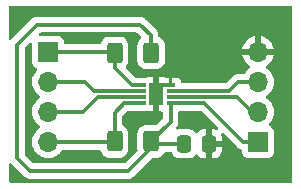
<source format=gbr>
%TF.GenerationSoftware,KiCad,Pcbnew,(6.0.6)*%
%TF.CreationDate,2022-10-14T11:17:07+05:30*%
%TF.ProjectId,SHT30_breakout,53485433-305f-4627-9265-616b6f75742e,rev?*%
%TF.SameCoordinates,Original*%
%TF.FileFunction,Copper,L1,Top*%
%TF.FilePolarity,Positive*%
%FSLAX46Y46*%
G04 Gerber Fmt 4.6, Leading zero omitted, Abs format (unit mm)*
G04 Created by KiCad (PCBNEW (6.0.6)) date 2022-10-14 11:17:07*
%MOMM*%
%LPD*%
G01*
G04 APERTURE LIST*
G04 Aperture macros list*
%AMRoundRect*
0 Rectangle with rounded corners*
0 $1 Rounding radius*
0 $2 $3 $4 $5 $6 $7 $8 $9 X,Y pos of 4 corners*
0 Add a 4 corners polygon primitive as box body*
4,1,4,$2,$3,$4,$5,$6,$7,$8,$9,$2,$3,0*
0 Add four circle primitives for the rounded corners*
1,1,$1+$1,$2,$3*
1,1,$1+$1,$4,$5*
1,1,$1+$1,$6,$7*
1,1,$1+$1,$8,$9*
0 Add four rect primitives between the rounded corners*
20,1,$1+$1,$2,$3,$4,$5,0*
20,1,$1+$1,$4,$5,$6,$7,0*
20,1,$1+$1,$6,$7,$8,$9,0*
20,1,$1+$1,$8,$9,$2,$3,0*%
G04 Aperture macros list end*
%TA.AperFunction,SMDPad,CuDef*%
%ADD10RoundRect,0.250000X-0.337500X-0.475000X0.337500X-0.475000X0.337500X0.475000X-0.337500X0.475000X0*%
%TD*%
%TA.AperFunction,SMDPad,CuDef*%
%ADD11R,1.200000X1.900000*%
%TD*%
%TA.AperFunction,SMDPad,CuDef*%
%ADD12R,0.800000X0.300000*%
%TD*%
%TA.AperFunction,ComponentPad*%
%ADD13R,1.700000X1.700000*%
%TD*%
%TA.AperFunction,ComponentPad*%
%ADD14O,1.700000X1.700000*%
%TD*%
%TA.AperFunction,SMDPad,CuDef*%
%ADD15RoundRect,0.250000X-0.400000X-0.625000X0.400000X-0.625000X0.400000X0.625000X-0.400000X0.625000X0*%
%TD*%
%TA.AperFunction,SMDPad,CuDef*%
%ADD16RoundRect,0.250000X0.400000X0.625000X-0.400000X0.625000X-0.400000X-0.625000X0.400000X-0.625000X0*%
%TD*%
%TA.AperFunction,Conductor*%
%ADD17C,0.300000*%
%TD*%
G04 APERTURE END LIST*
D10*
%TO.P,C1,1*%
%TO.N,Net-(C1-Pad1)*%
X95362500Y-66200000D03*
%TO.P,C1,2*%
%TO.N,GND*%
X97437500Y-66200000D03*
%TD*%
D11*
%TO.P,IC1,9,EP*%
%TO.N,GND*%
X93000000Y-62000000D03*
D12*
%TO.P,IC1,8,VSS*%
X94200000Y-61250000D03*
%TO.P,IC1,7,R*%
%TO.N,Net-(J2-Pad3)*%
X94200000Y-61750000D03*
%TO.P,IC1,6,NRESET*%
%TO.N,Net-(J2-Pad2)*%
X94200000Y-62250000D03*
%TO.P,IC1,5,VDD*%
%TO.N,Net-(C1-Pad1)*%
X94200000Y-62750000D03*
%TO.P,IC1,4,SCL*%
%TO.N,Net-(IC1-Pad4)*%
X91800000Y-62750000D03*
%TO.P,IC1,3,ALERT*%
%TO.N,Net-(J1-Pad3)*%
X91800000Y-62250000D03*
%TO.P,IC1,2,ADDR*%
%TO.N,Net-(IC1-Pad2)*%
X91800000Y-61750000D03*
%TO.P,IC1,1,SDA*%
%TO.N,Net-(IC1-Pad1)*%
X91800000Y-61250000D03*
%TD*%
D13*
%TO.P,J1,1,Pin_1*%
%TO.N,Net-(IC1-Pad1)*%
X83820000Y-58420000D03*
D14*
%TO.P,J1,2,Pin_2*%
%TO.N,Net-(IC1-Pad2)*%
X83820000Y-60960000D03*
%TO.P,J1,3,Pin_3*%
%TO.N,Net-(J1-Pad3)*%
X83820000Y-63500000D03*
%TO.P,J1,4,Pin_4*%
%TO.N,Net-(IC1-Pad4)*%
X83820000Y-66040000D03*
%TD*%
D13*
%TO.P,J2,1,Pin_1*%
%TO.N,Net-(C1-Pad1)*%
X101600000Y-66040000D03*
D14*
%TO.P,J2,2,Pin_2*%
%TO.N,Net-(J2-Pad2)*%
X101600000Y-63500000D03*
%TO.P,J2,3,Pin_3*%
%TO.N,Net-(J2-Pad3)*%
X101600000Y-60960000D03*
%TO.P,J2,4,Pin_4*%
%TO.N,GND*%
X101600000Y-58420000D03*
%TD*%
D15*
%TO.P,R2,1*%
%TO.N,Net-(IC1-Pad4)*%
X89450000Y-66000000D03*
%TO.P,R2,2*%
%TO.N,Net-(C1-Pad1)*%
X92550000Y-66000000D03*
%TD*%
D16*
%TO.P,R1,2*%
%TO.N,Net-(IC1-Pad1)*%
X89450000Y-58500000D03*
%TO.P,R1,1*%
%TO.N,Net-(C1-Pad1)*%
X92550000Y-58500000D03*
%TD*%
D17*
%TO.N,Net-(J2-Pad2)*%
X99850000Y-62250000D02*
X101100000Y-63500000D01*
X94200000Y-62250000D02*
X99850000Y-62250000D01*
X101100000Y-63500000D02*
X101600000Y-63500000D01*
%TO.N,GND*%
X93000000Y-61700000D02*
X93450000Y-61250000D01*
X93000000Y-62000000D02*
X93000000Y-61700000D01*
X93450000Y-61250000D02*
X94200000Y-61250000D01*
%TO.N,Net-(C1-Pad1)*%
X100340000Y-66040000D02*
X97050000Y-62750000D01*
X101600000Y-66040000D02*
X100340000Y-66040000D01*
X97050000Y-62750000D02*
X94200000Y-62750000D01*
X92550000Y-66550000D02*
X92550000Y-66000000D01*
X90600000Y-68500000D02*
X92550000Y-66550000D01*
X82300000Y-68500000D02*
X90600000Y-68500000D01*
X81200000Y-67400000D02*
X82300000Y-68500000D01*
X81200000Y-57800000D02*
X81200000Y-67400000D01*
X82900000Y-56100000D02*
X81200000Y-57800000D01*
X91600000Y-56100000D02*
X82900000Y-56100000D01*
X92500000Y-57000000D02*
X91600000Y-56100000D01*
X92500000Y-58450000D02*
X92500000Y-57000000D01*
X95362500Y-66200000D02*
X92750000Y-66200000D01*
X92750000Y-66200000D02*
X92550000Y-66000000D01*
X93975000Y-64575000D02*
X94025000Y-64525000D01*
X93975000Y-64575000D02*
X94200000Y-64350000D01*
X92550000Y-66000000D02*
X93975000Y-64575000D01*
X94200000Y-64350000D02*
X94200000Y-62750000D01*
%TO.N,Net-(IC1-Pad1)*%
X89450000Y-59750000D02*
X89450000Y-58500000D01*
X90950000Y-61250000D02*
X89450000Y-59750000D01*
X89370000Y-58420000D02*
X89450000Y-58500000D01*
X83820000Y-58420000D02*
X89370000Y-58420000D01*
X91800000Y-61250000D02*
X90950000Y-61250000D01*
%TO.N,Net-(J1-Pad3)*%
X86800000Y-63500000D02*
X88050000Y-62250000D01*
X83820000Y-63500000D02*
X86800000Y-63500000D01*
X91800000Y-62250000D02*
X88050000Y-62250000D01*
%TO.N,Net-(J2-Pad3)*%
X99150000Y-61750000D02*
X94200000Y-61750000D01*
X99940000Y-60960000D02*
X99150000Y-61750000D01*
X101600000Y-60960000D02*
X99940000Y-60960000D01*
%TO.N,Net-(IC1-Pad4)*%
X89450000Y-66000000D02*
X89410000Y-66040000D01*
X89410000Y-66040000D02*
X83820000Y-66040000D01*
X89450000Y-63550000D02*
X89450000Y-66000000D01*
X90250000Y-62750000D02*
X89450000Y-63550000D01*
X91800000Y-62750000D02*
X90250000Y-62750000D01*
%TO.N,Net-(IC1-Pad2)*%
X86960000Y-60960000D02*
X83820000Y-60960000D01*
X87750000Y-61750000D02*
X86960000Y-60960000D01*
X91800000Y-61750000D02*
X87750000Y-61750000D01*
%TD*%
%TA.AperFunction,Conductor*%
%TO.N,GND*%
G36*
X104433621Y-54528502D02*
G01*
X104480114Y-54582158D01*
X104491500Y-54634500D01*
X104491500Y-69365500D01*
X104471498Y-69433621D01*
X104417842Y-69480114D01*
X104365500Y-69491500D01*
X80634500Y-69491500D01*
X80566379Y-69471498D01*
X80519886Y-69417842D01*
X80508500Y-69365500D01*
X80508500Y-67950011D01*
X80528502Y-67881890D01*
X80582158Y-67835397D01*
X80652432Y-67825293D01*
X80716135Y-67854386D01*
X80716159Y-67854357D01*
X80749441Y-67881890D01*
X80751752Y-67883802D01*
X80760532Y-67891792D01*
X81776345Y-68907605D01*
X81784335Y-68916385D01*
X81788584Y-68923080D01*
X81794362Y-68928506D01*
X81794363Y-68928507D01*
X81840257Y-68971604D01*
X81843099Y-68974359D01*
X81863667Y-68994927D01*
X81867170Y-68997644D01*
X81876195Y-69005352D01*
X81909867Y-69036972D01*
X81916818Y-69040793D01*
X81916819Y-69040794D01*
X81928658Y-69047303D01*
X81945182Y-69058157D01*
X81955271Y-69065982D01*
X81962132Y-69071304D01*
X81969404Y-69074451D01*
X81969406Y-69074452D01*
X82004535Y-69089654D01*
X82015195Y-69094876D01*
X82045168Y-69111354D01*
X82055663Y-69117124D01*
X82076441Y-69122459D01*
X82095131Y-69128858D01*
X82114824Y-69137380D01*
X82149563Y-69142882D01*
X82160448Y-69144606D01*
X82172071Y-69147013D01*
X82196754Y-69153350D01*
X82216812Y-69158500D01*
X82238259Y-69158500D01*
X82257969Y-69160051D01*
X82279152Y-69163406D01*
X82325141Y-69159059D01*
X82336996Y-69158500D01*
X90517944Y-69158500D01*
X90529800Y-69159059D01*
X90529803Y-69159059D01*
X90537537Y-69160788D01*
X90608369Y-69158562D01*
X90612327Y-69158500D01*
X90641432Y-69158500D01*
X90645832Y-69157944D01*
X90657664Y-69157012D01*
X90703831Y-69155562D01*
X90724421Y-69149580D01*
X90743782Y-69145570D01*
X90751416Y-69144606D01*
X90757204Y-69143875D01*
X90757205Y-69143875D01*
X90765064Y-69142882D01*
X90772429Y-69139966D01*
X90772433Y-69139965D01*
X90808021Y-69125874D01*
X90819231Y-69122035D01*
X90863600Y-69109145D01*
X90882065Y-69098225D01*
X90899805Y-69089534D01*
X90919756Y-69081635D01*
X90957129Y-69054482D01*
X90967048Y-69047967D01*
X90999977Y-69028493D01*
X90999981Y-69028490D01*
X91006807Y-69024453D01*
X91021971Y-69009289D01*
X91037005Y-68996448D01*
X91054357Y-68983841D01*
X91083803Y-68948247D01*
X91091792Y-68939468D01*
X92610854Y-67420405D01*
X92673166Y-67386380D01*
X92699949Y-67383500D01*
X93000400Y-67383500D01*
X93003646Y-67383163D01*
X93003650Y-67383163D01*
X93099308Y-67373238D01*
X93099312Y-67373237D01*
X93106166Y-67372526D01*
X93112702Y-67370345D01*
X93112704Y-67370345D01*
X93244806Y-67326272D01*
X93273946Y-67316550D01*
X93424348Y-67223478D01*
X93549305Y-67098303D01*
X93562110Y-67077529D01*
X93638275Y-66953968D01*
X93638276Y-66953966D01*
X93642115Y-66947738D01*
X93644419Y-66940791D01*
X93647513Y-66934156D01*
X93649749Y-66935199D01*
X93683523Y-66886462D01*
X93749091Y-66859234D01*
X93762672Y-66858500D01*
X94195803Y-66858500D01*
X94263924Y-66878502D01*
X94310417Y-66932158D01*
X94315326Y-66944623D01*
X94330658Y-66990576D01*
X94333450Y-66998946D01*
X94337301Y-67005170D01*
X94337302Y-67005171D01*
X94342727Y-67013938D01*
X94426522Y-67149348D01*
X94551697Y-67274305D01*
X94557927Y-67278145D01*
X94557928Y-67278146D01*
X94695288Y-67362816D01*
X94702262Y-67367115D01*
X94750646Y-67383163D01*
X94863611Y-67420632D01*
X94863613Y-67420632D01*
X94870139Y-67422797D01*
X94876975Y-67423497D01*
X94876978Y-67423498D01*
X94920031Y-67427909D01*
X94974600Y-67433500D01*
X95750400Y-67433500D01*
X95753646Y-67433163D01*
X95753650Y-67433163D01*
X95849308Y-67423238D01*
X95849312Y-67423237D01*
X95856166Y-67422526D01*
X95862702Y-67420345D01*
X95862704Y-67420345D01*
X96003900Y-67373238D01*
X96023946Y-67366550D01*
X96174348Y-67273478D01*
X96299305Y-67148303D01*
X96302102Y-67143765D01*
X96359353Y-67103176D01*
X96430276Y-67099946D01*
X96491687Y-67135572D01*
X96499062Y-67144068D01*
X96507098Y-67154207D01*
X96621829Y-67268739D01*
X96633240Y-67277751D01*
X96771243Y-67362816D01*
X96784424Y-67368963D01*
X96938710Y-67420138D01*
X96952086Y-67423005D01*
X97046438Y-67432672D01*
X97052854Y-67433000D01*
X97165385Y-67433000D01*
X97180624Y-67428525D01*
X97181829Y-67427135D01*
X97183500Y-67419452D01*
X97183500Y-67414884D01*
X97691500Y-67414884D01*
X97695975Y-67430123D01*
X97697365Y-67431328D01*
X97705048Y-67432999D01*
X97822095Y-67432999D01*
X97828614Y-67432662D01*
X97924206Y-67422743D01*
X97937600Y-67419851D01*
X98091784Y-67368412D01*
X98104962Y-67362239D01*
X98242807Y-67276937D01*
X98254208Y-67267901D01*
X98368739Y-67153171D01*
X98377751Y-67141760D01*
X98462816Y-67003757D01*
X98468963Y-66990576D01*
X98520138Y-66836290D01*
X98523005Y-66822914D01*
X98532672Y-66728562D01*
X98533000Y-66722146D01*
X98533000Y-66472115D01*
X98528525Y-66456876D01*
X98527135Y-66455671D01*
X98519452Y-66454000D01*
X97709615Y-66454000D01*
X97694376Y-66458475D01*
X97693171Y-66459865D01*
X97691500Y-66467548D01*
X97691500Y-67414884D01*
X97183500Y-67414884D01*
X97183500Y-64985116D01*
X97179025Y-64969877D01*
X97177635Y-64968672D01*
X97169952Y-64967001D01*
X97052905Y-64967001D01*
X97046386Y-64967338D01*
X96950794Y-64977257D01*
X96937400Y-64980149D01*
X96783216Y-65031588D01*
X96770038Y-65037761D01*
X96632193Y-65123063D01*
X96620792Y-65132099D01*
X96506262Y-65246828D01*
X96499206Y-65255762D01*
X96441288Y-65296823D01*
X96370365Y-65300053D01*
X96308954Y-65264426D01*
X96302154Y-65256593D01*
X96298478Y-65250652D01*
X96266605Y-65218834D01*
X96178483Y-65130866D01*
X96173303Y-65125695D01*
X96167072Y-65121854D01*
X96028968Y-65036725D01*
X96028966Y-65036724D01*
X96022738Y-65032885D01*
X95905545Y-64994014D01*
X95861389Y-64979368D01*
X95861387Y-64979368D01*
X95854861Y-64977203D01*
X95848025Y-64976503D01*
X95848022Y-64976502D01*
X95804969Y-64972091D01*
X95750400Y-64966500D01*
X94974600Y-64966500D01*
X94971354Y-64966837D01*
X94971350Y-64966837D01*
X94875692Y-64976762D01*
X94875688Y-64976763D01*
X94868834Y-64977474D01*
X94862298Y-64979655D01*
X94862296Y-64979655D01*
X94827003Y-64991430D01*
X94756054Y-64994014D01*
X94694970Y-64957831D01*
X94663145Y-64894367D01*
X94670684Y-64823771D01*
X94692507Y-64788753D01*
X94694927Y-64786333D01*
X94697647Y-64782826D01*
X94705353Y-64773804D01*
X94731544Y-64745913D01*
X94736972Y-64740133D01*
X94740794Y-64733181D01*
X94747303Y-64721342D01*
X94758157Y-64704818D01*
X94766445Y-64694132D01*
X94771304Y-64687868D01*
X94778347Y-64671593D01*
X94789654Y-64645465D01*
X94794876Y-64634805D01*
X94813305Y-64601284D01*
X94813306Y-64601282D01*
X94817124Y-64594337D01*
X94822459Y-64573559D01*
X94828858Y-64554869D01*
X94837380Y-64535176D01*
X94844606Y-64489552D01*
X94847013Y-64477929D01*
X94856528Y-64440868D01*
X94858500Y-64433188D01*
X94858500Y-64411741D01*
X94860051Y-64392031D01*
X94862166Y-64378677D01*
X94863406Y-64370848D01*
X94859059Y-64324859D01*
X94858500Y-64313004D01*
X94858500Y-63534500D01*
X94878502Y-63466379D01*
X94932158Y-63419886D01*
X94984500Y-63408500D01*
X96725050Y-63408500D01*
X96793171Y-63428502D01*
X96814145Y-63445405D01*
X98177068Y-64808328D01*
X98211094Y-64870640D01*
X98206029Y-64941455D01*
X98163482Y-64998291D01*
X98096962Y-65023102D01*
X98048306Y-65017016D01*
X97936293Y-64979863D01*
X97922914Y-64976995D01*
X97828562Y-64967328D01*
X97822145Y-64967000D01*
X97709615Y-64967000D01*
X97694376Y-64971475D01*
X97693171Y-64972865D01*
X97691500Y-64980548D01*
X97691500Y-65927885D01*
X97695975Y-65943124D01*
X97697365Y-65944329D01*
X97705048Y-65946000D01*
X98514884Y-65946000D01*
X98530123Y-65941525D01*
X98531328Y-65940135D01*
X98532999Y-65932452D01*
X98532999Y-65677905D01*
X98532662Y-65671386D01*
X98522743Y-65575794D01*
X98519851Y-65562400D01*
X98482954Y-65451804D01*
X98480370Y-65380854D01*
X98516554Y-65319770D01*
X98580018Y-65287946D01*
X98650613Y-65295485D01*
X98691573Y-65322833D01*
X99816345Y-66447605D01*
X99824335Y-66456385D01*
X99828584Y-66463080D01*
X99834362Y-66468506D01*
X99834363Y-66468507D01*
X99880257Y-66511604D01*
X99883099Y-66514359D01*
X99903667Y-66534927D01*
X99907170Y-66537644D01*
X99916195Y-66545352D01*
X99949867Y-66576972D01*
X99956818Y-66580793D01*
X99956819Y-66580794D01*
X99968658Y-66587303D01*
X99985182Y-66598157D01*
X99995271Y-66605982D01*
X100002132Y-66611304D01*
X100009404Y-66614451D01*
X100009406Y-66614452D01*
X100044535Y-66629654D01*
X100055195Y-66634876D01*
X100082394Y-66649829D01*
X100095663Y-66657124D01*
X100116441Y-66662459D01*
X100135131Y-66668858D01*
X100154824Y-66677380D01*
X100154825Y-66677380D01*
X100154683Y-66677708D01*
X100210486Y-66713344D01*
X100240165Y-66777839D01*
X100241500Y-66796130D01*
X100241500Y-66938134D01*
X100248255Y-67000316D01*
X100299385Y-67136705D01*
X100386739Y-67253261D01*
X100503295Y-67340615D01*
X100639684Y-67391745D01*
X100701866Y-67398500D01*
X102498134Y-67398500D01*
X102560316Y-67391745D01*
X102696705Y-67340615D01*
X102813261Y-67253261D01*
X102900615Y-67136705D01*
X102951745Y-67000316D01*
X102958500Y-66938134D01*
X102958500Y-65141866D01*
X102951745Y-65079684D01*
X102900615Y-64943295D01*
X102813261Y-64826739D01*
X102696705Y-64739385D01*
X102669905Y-64729338D01*
X102578203Y-64694960D01*
X102521439Y-64652318D01*
X102496739Y-64585756D01*
X102511947Y-64516408D01*
X102533493Y-64487727D01*
X102634435Y-64387137D01*
X102638096Y-64383489D01*
X102647180Y-64370848D01*
X102765435Y-64206277D01*
X102768453Y-64202077D01*
X102789960Y-64158562D01*
X102865136Y-64006453D01*
X102865137Y-64006451D01*
X102867430Y-64001811D01*
X102932370Y-63788069D01*
X102961529Y-63566590D01*
X102962635Y-63521323D01*
X102963074Y-63503365D01*
X102963074Y-63503361D01*
X102963156Y-63500000D01*
X102944852Y-63277361D01*
X102890431Y-63060702D01*
X102801354Y-62855840D01*
X102680014Y-62668277D01*
X102529670Y-62503051D01*
X102525619Y-62499852D01*
X102525615Y-62499848D01*
X102358414Y-62367800D01*
X102358410Y-62367798D01*
X102354359Y-62364598D01*
X102313053Y-62341796D01*
X102263084Y-62291364D01*
X102248312Y-62221921D01*
X102273428Y-62155516D01*
X102300780Y-62128909D01*
X102344603Y-62097650D01*
X102479860Y-62001173D01*
X102638096Y-61843489D01*
X102685834Y-61777055D01*
X102765435Y-61666277D01*
X102768453Y-61662077D01*
X102771751Y-61655405D01*
X102865136Y-61466453D01*
X102865137Y-61466451D01*
X102867430Y-61461811D01*
X102932370Y-61248069D01*
X102961529Y-61026590D01*
X102963156Y-60960000D01*
X102944852Y-60737361D01*
X102890431Y-60520702D01*
X102801354Y-60315840D01*
X102732501Y-60209410D01*
X102682822Y-60132617D01*
X102682820Y-60132614D01*
X102680014Y-60128277D01*
X102529670Y-59963051D01*
X102525619Y-59959852D01*
X102525615Y-59959848D01*
X102358414Y-59827800D01*
X102358410Y-59827798D01*
X102354359Y-59824598D01*
X102312569Y-59801529D01*
X102262598Y-59751097D01*
X102247826Y-59681654D01*
X102272942Y-59615248D01*
X102300294Y-59588641D01*
X102475328Y-59463792D01*
X102483200Y-59457139D01*
X102634052Y-59306812D01*
X102640730Y-59298965D01*
X102765003Y-59126020D01*
X102770313Y-59117183D01*
X102864670Y-58926267D01*
X102868469Y-58916672D01*
X102930377Y-58712910D01*
X102932555Y-58702837D01*
X102933986Y-58691962D01*
X102931775Y-58677778D01*
X102918617Y-58674000D01*
X100283225Y-58674000D01*
X100269694Y-58677973D01*
X100268257Y-58687966D01*
X100298565Y-58822446D01*
X100301645Y-58832275D01*
X100381770Y-59029603D01*
X100386413Y-59038794D01*
X100497694Y-59220388D01*
X100503777Y-59228699D01*
X100643213Y-59389667D01*
X100650580Y-59396883D01*
X100814434Y-59532916D01*
X100822881Y-59538831D01*
X100891969Y-59579203D01*
X100940693Y-59630842D01*
X100953764Y-59700625D01*
X100927033Y-59766396D01*
X100886584Y-59799752D01*
X100873607Y-59806507D01*
X100869474Y-59809610D01*
X100869471Y-59809612D01*
X100729022Y-59915064D01*
X100694965Y-59940635D01*
X100540629Y-60102138D01*
X100537715Y-60106410D01*
X100537714Y-60106411D01*
X100442149Y-60246504D01*
X100387238Y-60291507D01*
X100338061Y-60301500D01*
X100022059Y-60301500D01*
X100010203Y-60300941D01*
X100002463Y-60299211D01*
X99994537Y-60299460D01*
X99994536Y-60299460D01*
X99931611Y-60301438D01*
X99927653Y-60301500D01*
X99898568Y-60301500D01*
X99894637Y-60301997D01*
X99894630Y-60301997D01*
X99894179Y-60302054D01*
X99882343Y-60302986D01*
X99836169Y-60304438D01*
X99815579Y-60310420D01*
X99796218Y-60314430D01*
X99789230Y-60315312D01*
X99782796Y-60316125D01*
X99782795Y-60316125D01*
X99774936Y-60317118D01*
X99767571Y-60320034D01*
X99767567Y-60320035D01*
X99731979Y-60334126D01*
X99720769Y-60337965D01*
X99676400Y-60350855D01*
X99657935Y-60361775D01*
X99640195Y-60370466D01*
X99620244Y-60378365D01*
X99582874Y-60405516D01*
X99572952Y-60412033D01*
X99540023Y-60431507D01*
X99540019Y-60431510D01*
X99533193Y-60435547D01*
X99518029Y-60450711D01*
X99502996Y-60463551D01*
X99485643Y-60476159D01*
X99475520Y-60488396D01*
X99456198Y-60511752D01*
X99448208Y-60520532D01*
X98914145Y-61054595D01*
X98851833Y-61088621D01*
X98825050Y-61091500D01*
X95223974Y-61091500D01*
X95155853Y-61071498D01*
X95109360Y-61017842D01*
X95101391Y-60994644D01*
X95098479Y-60982397D01*
X95053324Y-60861946D01*
X95044786Y-60846351D01*
X94968285Y-60744276D01*
X94955724Y-60731715D01*
X94853649Y-60655214D01*
X94838054Y-60646676D01*
X94717606Y-60601522D01*
X94702351Y-60597895D01*
X94651486Y-60592369D01*
X94644672Y-60592000D01*
X94368115Y-60592000D01*
X94352876Y-60596475D01*
X94351671Y-60597865D01*
X94350000Y-60605548D01*
X94350000Y-60965500D01*
X94329998Y-61033621D01*
X94276342Y-61080114D01*
X94224000Y-61091500D01*
X94176000Y-61091500D01*
X94107879Y-61071498D01*
X94061386Y-61017842D01*
X94050000Y-60965500D01*
X94050000Y-60610116D01*
X94045525Y-60594877D01*
X94044135Y-60593672D01*
X94036452Y-60592001D01*
X93848425Y-60592001D01*
X93804195Y-60583983D01*
X93717606Y-60551522D01*
X93702351Y-60547895D01*
X93651486Y-60542369D01*
X93644672Y-60542000D01*
X93272115Y-60542000D01*
X93256876Y-60546475D01*
X93255671Y-60547865D01*
X93254000Y-60555548D01*
X93254000Y-61081885D01*
X93258475Y-61097124D01*
X93259865Y-61098329D01*
X93267548Y-61100000D01*
X93287329Y-61100000D01*
X93355450Y-61120002D01*
X93401943Y-61173658D01*
X93412047Y-61243932D01*
X93388156Y-61301562D01*
X93351432Y-61350563D01*
X93294574Y-61393076D01*
X93286106Y-61395892D01*
X93256876Y-61404475D01*
X93255671Y-61405865D01*
X93254000Y-61413548D01*
X93254000Y-63439884D01*
X93258475Y-63455123D01*
X93259865Y-63456328D01*
X93267548Y-63457999D01*
X93415500Y-63457999D01*
X93483621Y-63478001D01*
X93530114Y-63531657D01*
X93541500Y-63583999D01*
X93541500Y-64025050D01*
X93521498Y-64093171D01*
X93504595Y-64114145D01*
X93480073Y-64138667D01*
X93480070Y-64138671D01*
X93039146Y-64579595D01*
X92976834Y-64613621D01*
X92950051Y-64616500D01*
X92099600Y-64616500D01*
X92096354Y-64616837D01*
X92096350Y-64616837D01*
X92000692Y-64626762D01*
X92000688Y-64626763D01*
X91993834Y-64627474D01*
X91987298Y-64629655D01*
X91987296Y-64629655D01*
X91863683Y-64670896D01*
X91826054Y-64683450D01*
X91675652Y-64776522D01*
X91550695Y-64901697D01*
X91546855Y-64907927D01*
X91546854Y-64907928D01*
X91466824Y-65037761D01*
X91457885Y-65052262D01*
X91402203Y-65220139D01*
X91401503Y-65226975D01*
X91401502Y-65226978D01*
X91398553Y-65255762D01*
X91391500Y-65324600D01*
X91391500Y-66675400D01*
X91394882Y-66707992D01*
X91382018Y-66777811D01*
X91358650Y-66810090D01*
X90364145Y-67804595D01*
X90301833Y-67838621D01*
X90275050Y-67841500D01*
X82624950Y-67841500D01*
X82556829Y-67821498D01*
X82535855Y-67804595D01*
X81895405Y-67164145D01*
X81861379Y-67101833D01*
X81858500Y-67075050D01*
X81858500Y-58124950D01*
X81878502Y-58056829D01*
X81895405Y-58035855D01*
X82246405Y-57684855D01*
X82308717Y-57650829D01*
X82379532Y-57655894D01*
X82436368Y-57698441D01*
X82461179Y-57764961D01*
X82461500Y-57773950D01*
X82461500Y-59318134D01*
X82468255Y-59380316D01*
X82519385Y-59516705D01*
X82606739Y-59633261D01*
X82723295Y-59720615D01*
X82731704Y-59723767D01*
X82731705Y-59723768D01*
X82840451Y-59764535D01*
X82897216Y-59807176D01*
X82921916Y-59873738D01*
X82906709Y-59943087D01*
X82887316Y-59969568D01*
X82838723Y-60020418D01*
X82760629Y-60102138D01*
X82757715Y-60106410D01*
X82757714Y-60106411D01*
X82702737Y-60187005D01*
X82634743Y-60286680D01*
X82604954Y-60350855D01*
X82550633Y-60467881D01*
X82540688Y-60489305D01*
X82480989Y-60704570D01*
X82457251Y-60926695D01*
X82457548Y-60931848D01*
X82457548Y-60931851D01*
X82468397Y-61120002D01*
X82470110Y-61149715D01*
X82471247Y-61154761D01*
X82471248Y-61154767D01*
X82489722Y-61236739D01*
X82519222Y-61367639D01*
X82603266Y-61574616D01*
X82605965Y-61579020D01*
X82678827Y-61697920D01*
X82719987Y-61765088D01*
X82866250Y-61933938D01*
X83038126Y-62076632D01*
X83108595Y-62117811D01*
X83111445Y-62119476D01*
X83160169Y-62171114D01*
X83173240Y-62240897D01*
X83146509Y-62306669D01*
X83106055Y-62340027D01*
X83093607Y-62346507D01*
X83089474Y-62349610D01*
X83089471Y-62349612D01*
X83065247Y-62367800D01*
X82914965Y-62480635D01*
X82760629Y-62642138D01*
X82634743Y-62826680D01*
X82540688Y-63029305D01*
X82480989Y-63244570D01*
X82457251Y-63466695D01*
X82457548Y-63471848D01*
X82457548Y-63471851D01*
X82464187Y-63586996D01*
X82470110Y-63689715D01*
X82471247Y-63694761D01*
X82471248Y-63694767D01*
X82491119Y-63782939D01*
X82519222Y-63907639D01*
X82564377Y-64018842D01*
X82596612Y-64098228D01*
X82603266Y-64114616D01*
X82719987Y-64305088D01*
X82866250Y-64473938D01*
X83038126Y-64616632D01*
X83078147Y-64640018D01*
X83111445Y-64659476D01*
X83160169Y-64711114D01*
X83173240Y-64780897D01*
X83146509Y-64846669D01*
X83106055Y-64880027D01*
X83093607Y-64886507D01*
X83089474Y-64889610D01*
X83089471Y-64889612D01*
X82944724Y-64998291D01*
X82914965Y-65020635D01*
X82760629Y-65182138D01*
X82757715Y-65186410D01*
X82757714Y-65186411D01*
X82704496Y-65264426D01*
X82634743Y-65366680D01*
X82595230Y-65451804D01*
X82553595Y-65541500D01*
X82540688Y-65569305D01*
X82480989Y-65784570D01*
X82457251Y-66006695D01*
X82470110Y-66229715D01*
X82471247Y-66234761D01*
X82471248Y-66234767D01*
X82495304Y-66341508D01*
X82519222Y-66447639D01*
X82603266Y-66654616D01*
X82642415Y-66718502D01*
X82714596Y-66836290D01*
X82719987Y-66845088D01*
X82866250Y-67013938D01*
X83038126Y-67156632D01*
X83231000Y-67269338D01*
X83235825Y-67271180D01*
X83235826Y-67271181D01*
X83251934Y-67277332D01*
X83439692Y-67349030D01*
X83444760Y-67350061D01*
X83444763Y-67350062D01*
X83552017Y-67371883D01*
X83658597Y-67393567D01*
X83663772Y-67393757D01*
X83663774Y-67393757D01*
X83876673Y-67401564D01*
X83876677Y-67401564D01*
X83881837Y-67401753D01*
X83886957Y-67401097D01*
X83886959Y-67401097D01*
X84098288Y-67374025D01*
X84098289Y-67374025D01*
X84103416Y-67373368D01*
X84108366Y-67371883D01*
X84312429Y-67310661D01*
X84312434Y-67310659D01*
X84317384Y-67309174D01*
X84517994Y-67210896D01*
X84699860Y-67081173D01*
X84706005Y-67075050D01*
X84846345Y-66935199D01*
X84858096Y-66923489D01*
X84884703Y-66886462D01*
X84982060Y-66750974D01*
X85038055Y-66707326D01*
X85084383Y-66698500D01*
X88184104Y-66698500D01*
X88252225Y-66718502D01*
X88298718Y-66772158D01*
X88303626Y-66784619D01*
X88358450Y-66948946D01*
X88451522Y-67099348D01*
X88456704Y-67104521D01*
X88487809Y-67135572D01*
X88576697Y-67224305D01*
X88582927Y-67228145D01*
X88582928Y-67228146D01*
X88720090Y-67312694D01*
X88727262Y-67317115D01*
X88788833Y-67337537D01*
X88888611Y-67370632D01*
X88888613Y-67370632D01*
X88895139Y-67372797D01*
X88901975Y-67373497D01*
X88901978Y-67373498D01*
X88945031Y-67377909D01*
X88999600Y-67383500D01*
X89900400Y-67383500D01*
X89903646Y-67383163D01*
X89903650Y-67383163D01*
X89999308Y-67373238D01*
X89999312Y-67373237D01*
X90006166Y-67372526D01*
X90012702Y-67370345D01*
X90012704Y-67370345D01*
X90144806Y-67326272D01*
X90173946Y-67316550D01*
X90324348Y-67223478D01*
X90449305Y-67098303D01*
X90462110Y-67077529D01*
X90538275Y-66953968D01*
X90538276Y-66953966D01*
X90542115Y-66947738D01*
X90577621Y-66840689D01*
X90595632Y-66786389D01*
X90595632Y-66786387D01*
X90597797Y-66779861D01*
X90598587Y-66772158D01*
X90608172Y-66678598D01*
X90608500Y-66675400D01*
X90608500Y-65324600D01*
X90600936Y-65251697D01*
X90598238Y-65225692D01*
X90598237Y-65225688D01*
X90597526Y-65218834D01*
X90592730Y-65204457D01*
X90543868Y-65058002D01*
X90541550Y-65051054D01*
X90448478Y-64900652D01*
X90323303Y-64775695D01*
X90316980Y-64771797D01*
X90172738Y-64682885D01*
X90173774Y-64681205D01*
X90127969Y-64640879D01*
X90108500Y-64573595D01*
X90108500Y-63874950D01*
X90128502Y-63806829D01*
X90145405Y-63785855D01*
X90485855Y-63445405D01*
X90548167Y-63411379D01*
X90574950Y-63408500D01*
X92152911Y-63408500D01*
X92197141Y-63416518D01*
X92282394Y-63448478D01*
X92297649Y-63452105D01*
X92348514Y-63457631D01*
X92355328Y-63458000D01*
X92727885Y-63458000D01*
X92743124Y-63453525D01*
X92744329Y-63452135D01*
X92746000Y-63444452D01*
X92746000Y-60560116D01*
X92741525Y-60544877D01*
X92740135Y-60543672D01*
X92732452Y-60542001D01*
X92355331Y-60542001D01*
X92348510Y-60542371D01*
X92297648Y-60547895D01*
X92282397Y-60551521D01*
X92197141Y-60583482D01*
X92152911Y-60591500D01*
X91274950Y-60591500D01*
X91206829Y-60571498D01*
X91185854Y-60554595D01*
X90428547Y-59797287D01*
X90394522Y-59734975D01*
X90399587Y-59664159D01*
X90428471Y-59619173D01*
X90432390Y-59615248D01*
X90449305Y-59598303D01*
X90455261Y-59588641D01*
X90538275Y-59453968D01*
X90538276Y-59453966D01*
X90542115Y-59447738D01*
X90583976Y-59321531D01*
X90595632Y-59286389D01*
X90595632Y-59286387D01*
X90597797Y-59279861D01*
X90608500Y-59175400D01*
X90608500Y-57824600D01*
X90603957Y-57780814D01*
X90598238Y-57725692D01*
X90598237Y-57725688D01*
X90597526Y-57718834D01*
X90590723Y-57698441D01*
X90543868Y-57558002D01*
X90541550Y-57551054D01*
X90448478Y-57400652D01*
X90323303Y-57275695D01*
X90317072Y-57271854D01*
X90178968Y-57186725D01*
X90178966Y-57186724D01*
X90172738Y-57182885D01*
X90012254Y-57129655D01*
X90011389Y-57129368D01*
X90011387Y-57129368D01*
X90004861Y-57127203D01*
X89998025Y-57126503D01*
X89998022Y-57126502D01*
X89954969Y-57122091D01*
X89900400Y-57116500D01*
X88999600Y-57116500D01*
X88996354Y-57116837D01*
X88996350Y-57116837D01*
X88900692Y-57126762D01*
X88900688Y-57126763D01*
X88893834Y-57127474D01*
X88887298Y-57129655D01*
X88887296Y-57129655D01*
X88841320Y-57144994D01*
X88726054Y-57183450D01*
X88575652Y-57276522D01*
X88450695Y-57401697D01*
X88446855Y-57407927D01*
X88446854Y-57407928D01*
X88410109Y-57467540D01*
X88357885Y-57552262D01*
X88337134Y-57614824D01*
X88317119Y-57675167D01*
X88276688Y-57733527D01*
X88211124Y-57760764D01*
X88197526Y-57761500D01*
X85304500Y-57761500D01*
X85236379Y-57741498D01*
X85189886Y-57687842D01*
X85178500Y-57635500D01*
X85178500Y-57521866D01*
X85171745Y-57459684D01*
X85120615Y-57323295D01*
X85033261Y-57206739D01*
X84916705Y-57119385D01*
X84780316Y-57068255D01*
X84718134Y-57061500D01*
X83173950Y-57061500D01*
X83105829Y-57041498D01*
X83059336Y-56987842D01*
X83049232Y-56917568D01*
X83078726Y-56852988D01*
X83084855Y-56846405D01*
X83135855Y-56795405D01*
X83198167Y-56761379D01*
X83224950Y-56758500D01*
X91275050Y-56758500D01*
X91343171Y-56778502D01*
X91364145Y-56795405D01*
X91671365Y-57102625D01*
X91705391Y-57164937D01*
X91700326Y-57235752D01*
X91671443Y-57280738D01*
X91588659Y-57363667D01*
X91550695Y-57401697D01*
X91546855Y-57407927D01*
X91546854Y-57407928D01*
X91510109Y-57467540D01*
X91457885Y-57552262D01*
X91402203Y-57720139D01*
X91401503Y-57726975D01*
X91401502Y-57726978D01*
X91399330Y-57748176D01*
X91391500Y-57824600D01*
X91391500Y-59175400D01*
X91402474Y-59281166D01*
X91404655Y-59287702D01*
X91404655Y-59287704D01*
X91415941Y-59321531D01*
X91458450Y-59448946D01*
X91551522Y-59599348D01*
X91676697Y-59724305D01*
X91682927Y-59728145D01*
X91682928Y-59728146D01*
X91820090Y-59812694D01*
X91827262Y-59817115D01*
X91893979Y-59839244D01*
X91988611Y-59870632D01*
X91988613Y-59870632D01*
X91995139Y-59872797D01*
X92001975Y-59873497D01*
X92001978Y-59873498D01*
X92045031Y-59877909D01*
X92099600Y-59883500D01*
X93000400Y-59883500D01*
X93003646Y-59883163D01*
X93003650Y-59883163D01*
X93099308Y-59873238D01*
X93099312Y-59873237D01*
X93106166Y-59872526D01*
X93112702Y-59870345D01*
X93112704Y-59870345D01*
X93262394Y-59820404D01*
X93273946Y-59816550D01*
X93424348Y-59723478D01*
X93549305Y-59598303D01*
X93555261Y-59588641D01*
X93638275Y-59453968D01*
X93638276Y-59453966D01*
X93642115Y-59447738D01*
X93683976Y-59321531D01*
X93695632Y-59286389D01*
X93695632Y-59286387D01*
X93697797Y-59279861D01*
X93708500Y-59175400D01*
X93708500Y-58154183D01*
X100264389Y-58154183D01*
X100265912Y-58162607D01*
X100278292Y-58166000D01*
X101327885Y-58166000D01*
X101343124Y-58161525D01*
X101344329Y-58160135D01*
X101346000Y-58152452D01*
X101346000Y-58147885D01*
X101854000Y-58147885D01*
X101858475Y-58163124D01*
X101859865Y-58164329D01*
X101867548Y-58166000D01*
X102918344Y-58166000D01*
X102931875Y-58162027D01*
X102933180Y-58152947D01*
X102891214Y-57985875D01*
X102887894Y-57976124D01*
X102802972Y-57780814D01*
X102798105Y-57771739D01*
X102682426Y-57592926D01*
X102676136Y-57584757D01*
X102532806Y-57427240D01*
X102525273Y-57420215D01*
X102358139Y-57288222D01*
X102349552Y-57282517D01*
X102163117Y-57179599D01*
X102153705Y-57175369D01*
X101952959Y-57104280D01*
X101942988Y-57101646D01*
X101871837Y-57088972D01*
X101858540Y-57090432D01*
X101854000Y-57104989D01*
X101854000Y-58147885D01*
X101346000Y-58147885D01*
X101346000Y-57103102D01*
X101342082Y-57089758D01*
X101327806Y-57087771D01*
X101289324Y-57093660D01*
X101279288Y-57096051D01*
X101076868Y-57162212D01*
X101067359Y-57166209D01*
X100878463Y-57264542D01*
X100869738Y-57270036D01*
X100699433Y-57397905D01*
X100691726Y-57404748D01*
X100544590Y-57558717D01*
X100538104Y-57566727D01*
X100418098Y-57742649D01*
X100413000Y-57751623D01*
X100323338Y-57944783D01*
X100319775Y-57954470D01*
X100264389Y-58154183D01*
X93708500Y-58154183D01*
X93708500Y-57824600D01*
X93703957Y-57780814D01*
X93698238Y-57725692D01*
X93698237Y-57725688D01*
X93697526Y-57718834D01*
X93690723Y-57698441D01*
X93643868Y-57558002D01*
X93641550Y-57551054D01*
X93548478Y-57400652D01*
X93423303Y-57275695D01*
X93417072Y-57271854D01*
X93278968Y-57186725D01*
X93278966Y-57186724D01*
X93272738Y-57182885D01*
X93265790Y-57180581D01*
X93265787Y-57180579D01*
X93246939Y-57174327D01*
X93188579Y-57133896D01*
X93161344Y-57068331D01*
X93160670Y-57058694D01*
X93158562Y-56991632D01*
X93158500Y-56987673D01*
X93158500Y-56958568D01*
X93157944Y-56954168D01*
X93157012Y-56942330D01*
X93155811Y-56904094D01*
X93155562Y-56896169D01*
X93149580Y-56875579D01*
X93145570Y-56856216D01*
X93143875Y-56842796D01*
X93143875Y-56842795D01*
X93142882Y-56834936D01*
X93139966Y-56827571D01*
X93139965Y-56827567D01*
X93125874Y-56791979D01*
X93122035Y-56780769D01*
X93109145Y-56736400D01*
X93098229Y-56717943D01*
X93089534Y-56700193D01*
X93081635Y-56680244D01*
X93054477Y-56642864D01*
X93047960Y-56632943D01*
X93024452Y-56593193D01*
X93009291Y-56578032D01*
X92996449Y-56562997D01*
X92983841Y-56545643D01*
X92948248Y-56516198D01*
X92939467Y-56508208D01*
X92123651Y-55692391D01*
X92115663Y-55683612D01*
X92111416Y-55676920D01*
X92059741Y-55628394D01*
X92056900Y-55625640D01*
X92036333Y-55605073D01*
X92032826Y-55602353D01*
X92023804Y-55594647D01*
X92019613Y-55590711D01*
X91990133Y-55563028D01*
X91983181Y-55559206D01*
X91971342Y-55552697D01*
X91954818Y-55541843D01*
X91944132Y-55533555D01*
X91937868Y-55528696D01*
X91930596Y-55525549D01*
X91930594Y-55525548D01*
X91895465Y-55510346D01*
X91884805Y-55505124D01*
X91851284Y-55486695D01*
X91851282Y-55486694D01*
X91844337Y-55482876D01*
X91823559Y-55477541D01*
X91804869Y-55471142D01*
X91785176Y-55462620D01*
X91739552Y-55455394D01*
X91727929Y-55452987D01*
X91693661Y-55444189D01*
X91683188Y-55441500D01*
X91661741Y-55441500D01*
X91642031Y-55439949D01*
X91628677Y-55437834D01*
X91620848Y-55436594D01*
X91574859Y-55440941D01*
X91563004Y-55441500D01*
X82982056Y-55441500D01*
X82970200Y-55440941D01*
X82970197Y-55440941D01*
X82962463Y-55439212D01*
X82907446Y-55440941D01*
X82891631Y-55441438D01*
X82887673Y-55441500D01*
X82858568Y-55441500D01*
X82854168Y-55442056D01*
X82842336Y-55442988D01*
X82796169Y-55444438D01*
X82775579Y-55450420D01*
X82756218Y-55454430D01*
X82749230Y-55455312D01*
X82742796Y-55456125D01*
X82742795Y-55456125D01*
X82734936Y-55457118D01*
X82727571Y-55460034D01*
X82727567Y-55460035D01*
X82691979Y-55474126D01*
X82680769Y-55477965D01*
X82636400Y-55490855D01*
X82617935Y-55501775D01*
X82600195Y-55510466D01*
X82580244Y-55518365D01*
X82542874Y-55545516D01*
X82532952Y-55552033D01*
X82500023Y-55571507D01*
X82500019Y-55571510D01*
X82493193Y-55575547D01*
X82478029Y-55590711D01*
X82462996Y-55603551D01*
X82445643Y-55616159D01*
X82435521Y-55628395D01*
X82416198Y-55651752D01*
X82408208Y-55660532D01*
X80792395Y-57276345D01*
X80783615Y-57284335D01*
X80783613Y-57284337D01*
X80776920Y-57288584D01*
X80771494Y-57294362D01*
X80771493Y-57294363D01*
X80728396Y-57340257D01*
X80725641Y-57343099D01*
X80723595Y-57345145D01*
X80661283Y-57379171D01*
X80590468Y-57374106D01*
X80533632Y-57331559D01*
X80508821Y-57265039D01*
X80508500Y-57256050D01*
X80508500Y-54634500D01*
X80528502Y-54566379D01*
X80582158Y-54519886D01*
X80634500Y-54508500D01*
X104365500Y-54508500D01*
X104433621Y-54528502D01*
G37*
%TD.AperFunction*%
%TD*%
M02*

</source>
